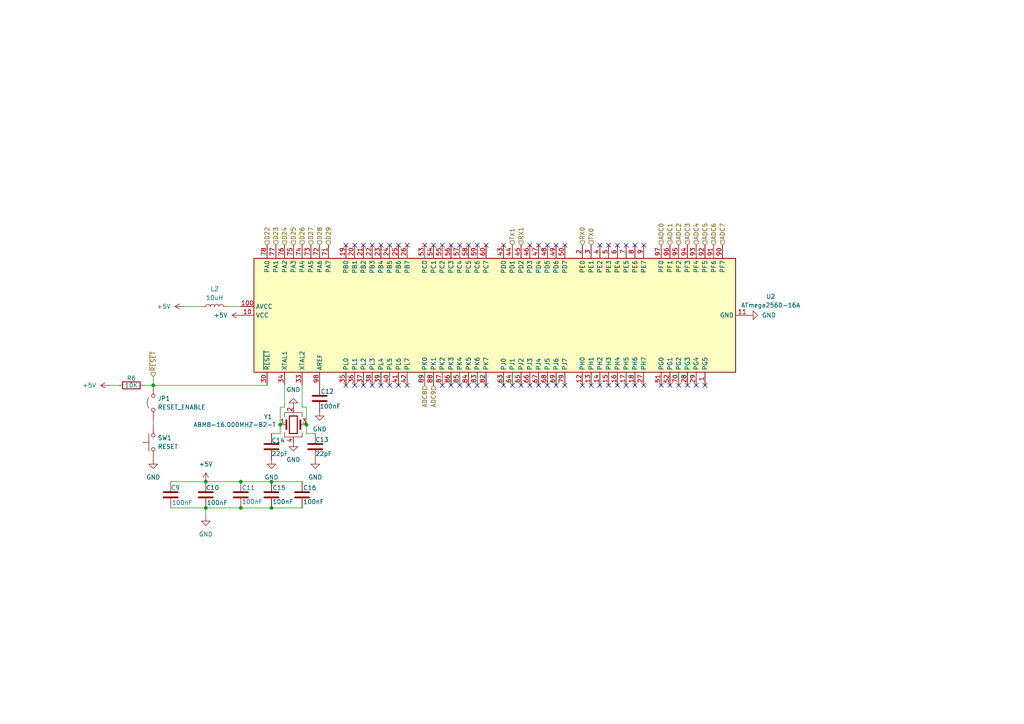
<source format=kicad_sch>
(kicad_sch (version 20250114) (generator "eeschema") (generator_version "9.0")
  (paper "A4")
  (lib_symbols
    (symbol "Device:C" (pin_numbers (hide yes)) (pin_names (offset 0.254))
      (property "Reference" "C" (at 0.635 2.54 0))
      (property "Value" "C" (at 0.635 -2.54 0))
      (symbol "C_0_1"
        (polyline (pts (xy -2.032 0.762) (xy 2.032 0.762)) (stroke (width 0.508)))
        (polyline (pts (xy -2.032 -0.762) (xy 2.032 -0.762)) (stroke (width 0.508)))
      )
      (symbol "C_1_1"
        (pin passive line (at 0 3.81 270) (length 2.794) (name "~") (number "1"))
        (pin passive line (at 0 -3.81 90) (length 2.794) (name "~") (number "2"))
      )
    )
    (symbol "Device:Crystal_GND24" (pin_names (offset 1.016) (hide yes))
      (property "Reference" "Y" (at 3.175 5.08 0))
      (property "Value" "Crystal_GND24" (at 3.175 3.175 0))
      (symbol "Crystal_GND24_0_1"
        (polyline (pts (xy -2.54 2.286) (xy -2.54 3.556) (xy 2.54 3.556) (xy 2.54 2.286)))
        (polyline (pts (xy -2.54 0) (xy -2.032 0)))
        (polyline (pts (xy -2.54 -2.286) (xy -2.54 -3.556) (xy 2.54 -3.556) (xy 2.54 -2.286)))
        (polyline (pts (xy -2.032 -1.27) (xy -2.032 1.27)) (stroke (width 0.508)))
        (rectangle (start -1.143 2.54) (end 1.143 -2.54) (stroke (width 0.3048)))
        (polyline (pts (xy 0 3.556) (xy 0 3.81)))
        (polyline (pts (xy 0 -3.81) (xy 0 -3.556)))
        (polyline (pts (xy 2.032 0) (xy 2.54 0)))
        (polyline (pts (xy 2.032 -1.27) (xy 2.032 1.27)) (stroke (width 0.508)))
      )
      (symbol "Crystal_GND24_1_1"
        (pin passive line (at -3.81 0 0) (length 1.27) (name "1") (number "1"))
        (pin passive line (at 0 5.08 270) (length 1.27) (name "2") (number "2"))
        (pin passive line (at 0 -5.08 90) (length 1.27) (name "4") (number "4"))
        (pin passive line (at 3.81 0 180) (length 1.27) (name "3") (number "3"))
      )
    )
    (symbol "Device:L" (pin_numbers (hide yes)) (pin_names (offset 1.016) (hide yes))
      (property "Reference" "L" (at -1.27 0 90))
      (property "Value" "L" (at 1.905 0 90))
      (symbol "L_0_1"
        (arc (start 0 2.54) (mid 0.6323 1.905) (end 0 1.27))
        (arc (start 0 1.27) (mid 0.6323 0.635) (end 0 0))
        (arc (start 0 0) (mid 0.6323 -0.635) (end 0 -1.27))
        (arc (start 0 -1.27) (mid 0.6323 -1.905) (end 0 -2.54))
      )
      (symbol "L_1_1"
        (pin passive line (at 0 3.81 270) (length 1.27) (name "1") (number "1"))
        (pin passive line (at 0 -3.81 90) (length 1.27) (name "2") (number "2"))
      )
    )
    (symbol "Device:R" (pin_numbers (hide yes)) (pin_names (offset 0))
      (property "Reference" "R" (at 2.032 0 90))
      (property "Value" "R" (at 0 0 90))
      (symbol "R_0_1"
        (rectangle (start -1.016 -2.54) (end 1.016 2.54) (stroke (width 0.254)))
      )
      (symbol "R_1_1"
        (pin passive line (at 0 3.81 270) (length 1.27) (name "~") (number "1"))
        (pin passive line (at 0 -3.81 90) (length 1.27) (name "~") (number "2"))
      )
    )
    (symbol "Jumper:Jumper_2_Open" (pin_numbers (hide yes)) (pin_names (offset 0) (hide yes))
      (property "Reference" "JP" (at 0 2.794 0))
      (property "Value" "Jumper_2_Open" (at 0 -2.286 0))
      (symbol "Jumper_2_Open_0_0"
        (circle (center -2.032 0) (radius 0.508))
        (circle (center 2.032 0) (radius 0.508))
      )
      (symbol "Jumper_2_Open_0_1"
        (arc (start -1.524 1.27) (mid 0 1.778) (end 1.524 1.27))
      )
      (symbol "Jumper_2_Open_1_1"
        (pin passive line (at -5.08 0 0) (length 2.54) (name "A") (number "1"))
        (pin passive line (at 5.08 0 180) (length 2.54) (name "B") (number "2"))
      )
    )
    (symbol "MCU_Microchip_ATmega:ATmega2560-16A"
      (property "Reference" "U" (at 0 1.27 0))
      (property "Value" "ATmega2560-16A" (at 0 -1.27 0))
      (symbol "ATmega2560-16A_0_1"
        (rectangle (start -16.51 -69.85) (end 16.51 69.85) (stroke (width 0.254)) (fill (type background)))
      )
      (symbol "ATmega2560-16A_1_1"
        (pin input line (at -20.32 66.04 0) (length 3.81) (name "~{RESET}") (number "30"))
        (pin input line (at -20.32 60.96 0) (length 3.81) (name "XTAL1") (number "34"))
        (pin output line (at -20.32 55.88 0) (length 3.81) (name "XTAL2") (number "33"))
        (pin passive line (at -20.32 50.8 0) (length 3.81) (name "AREF") (number "98"))
        (pin bidirectional line (at -20.32 43.18 0) (length 3.81) (name "PL0") (number "35"))
        (pin bidirectional line (at -20.32 40.64 0) (length 3.81) (name "PL1") (number "36"))
        (pin bidirectional line (at -20.32 38.1 0) (length 3.81) (name "PL2") (number "37"))
        (pin bidirectional line (at -20.32 35.56 0) (length 3.81) (name "PL3") (number "38"))
        (pin bidirectional line (at -20.32 33.02 0) (length 3.81) (name "PL4") (number "39"))
        (pin bidirectional line (at -20.32 30.48 0) (length 3.81) (name "PL5") (number "40"))
        (pin bidirectional line (at -20.32 27.94 0) (length 3.81) (name "PL6") (number "41"))
        (pin bidirectional line (at -20.32 25.4 0) (length 3.81) (name "PL7") (number "42"))
        (pin bidirectional line (at -20.32 20.32 0) (length 3.81) (name "PK0") (number "89"))
        (pin bidirectional line (at -20.32 17.78 0) (length 3.81) (name "PK1") (number "88"))
        (pin bidirectional line (at -20.32 15.24 0) (length 3.81) (name "PK2") (number "87"))
        (pin bidirectional line (at -20.32 12.7 0) (length 3.81) (name "PK3") (number "86"))
        (pin bidirectional line (at -20.32 10.16 0) (length 3.81) (name "PK4") (number "85"))
        (pin bidirectional line (at -20.32 7.62 0) (length 3.81) (name "PK5") (number "84"))
        (pin bidirectional line (at -20.32 5.08 0) (length 3.81) (name "PK6") (number "83"))
        (pin bidirectional line (at -20.32 2.54 0) (length 3.81) (name "PK7") (number "82"))
        (pin bidirectional line (at -20.32 -2.54 0) (length 3.81) (name "PJ0") (number "63"))
        (pin bidirectional line (at -20.32 -5.08 0) (length 3.81) (name "PJ1") (number "64"))
        (pin bidirectional line (at -20.32 -7.62 0) (length 3.81) (name "PJ2") (number "65"))
        (pin bidirectional line (at -20.32 -10.16 0) (length 3.81) (name "PJ3") (number "66"))
        (pin bidirectional line (at -20.32 -12.7 0) (length 3.81) (name "PJ4") (number "67"))
        (pin bidirectional line (at -20.32 -15.24 0) (length 3.81) (name "PJ5") (number "68"))
        (pin bidirectional line (at -20.32 -17.78 0) (length 3.81) (name "PJ6") (number "69"))
        (pin bidirectional line (at -20.32 -20.32 0) (length 3.81) (name "PJ7") (number "79"))
        (pin bidirectional line (at -20.32 -25.4 0) (length 3.81) (name "PH0") (number "12"))
        (pin bidirectional line (at -20.32 -27.94 0) (length 3.81) (name "PH1") (number "13"))
        (pin bidirectional line (at -20.32 -30.48 0) (length 3.81) (name "PH2") (number "14"))
        (pin bidirectional line (at -20.32 -33.02 0) (length 3.81) (name "PH3") (number "15"))
        (pin bidirectional line (at -20.32 -35.56 0) (length 3.81) (name "PH4") (number "16"))
        (pin bidirectional line (at -20.32 -38.1 0) (length 3.81) (name "PH5") (number "17"))
        (pin bidirectional line (at -20.32 -40.64 0) (length 3.81) (name "PH6") (number "18"))
        (pin bidirectional line (at -20.32 -43.18 0) (length 3.81) (name "PH7") (number "27"))
        (pin bidirectional line (at -20.32 -48.26 0) (length 3.81) (name "PG0") (number "51"))
        (pin bidirectional line (at -20.32 -50.8 0) (length 3.81) (name "PG1") (number "52"))
        (pin bidirectional line (at -20.32 -53.34 0) (length 3.81) (name "PG2") (number "70"))
        (pin bidirectional line (at -20.32 -55.88 0) (length 3.81) (name "PG3") (number "28"))
        (pin bidirectional line (at -20.32 -58.42 0) (length 3.81) (name "PG4") (number "29"))
        (pin bidirectional line (at -20.32 -60.96 0) (length 3.81) (name "PG5") (number "1"))
        (pin power_in line (at 0 73.66 270) (length 3.81) (name "VCC") (number "10"))
        (pin passive line (at 0 73.66 270) (length 3.81) (hide yes) (name "VCC") (number "31"))
        (pin passive line (at 0 73.66 270) (length 3.81) (hide yes) (name "VCC") (number "61"))
        (pin passive line (at 0 73.66 270) (length 3.81) (hide yes) (name "VCC") (number "80"))
        (pin power_in line (at 0 -73.66 90) (length 3.81) (name "GND") (number "11"))
        (pin passive line (at 0 -73.66 90) (length 3.81) (hide yes) (name "GND") (number "32"))
        (pin passive line (at 0 -73.66 90) (length 3.81) (hide yes) (name "GND") (number "62"))
        (pin passive line (at 0 -73.66 90) (length 3.81) (hide yes) (name "GND") (number "81"))
        (pin passive line (at 0 -73.66 90) (length 3.81) (hide yes) (name "GND") (number "99"))
        (pin power_in line (at 2.54 73.66 270) (length 3.81) (name "AVCC") (number "100"))
        (pin bidirectional line (at 20.32 66.04 180) (length 3.81) (name "PA0") (number "78"))
        (pin bidirectional line (at 20.32 63.5 180) (length 3.81) (name "PA1") (number "77"))
        (pin bidirectional line (at 20.32 60.96 180) (length 3.81) (name "PA2") (number "76"))
        (pin bidirectional line (at 20.32 58.42 180) (length 3.81) (name "PA3") (number "75"))
        (pin bidirectional line (at 20.32 55.88 180) (length 3.81) (name "PA4") (number "74"))
        (pin bidirectional line (at 20.32 53.34 180) (length 3.81) (name "PA5") (number "73"))
        (pin bidirectional line (at 20.32 50.8 180) (length 3.81) (name "PA6") (number "72"))
        (pin bidirectional line (at 20.32 48.26 180) (length 3.81) (name "PA7") (number "71"))
        (pin bidirectional line (at 20.32 43.18 180) (length 3.81) (name "PB0") (number "19"))
        (pin bidirectional line (at 20.32 40.64 180) (length 3.81) (name "PB1") (number "20"))
        (pin bidirectional line (at 20.32 38.1 180) (length 3.81) (name "PB2") (number "21"))
        (pin bidirectional line (at 20.32 35.56 180) (length 3.81) (name "PB3") (number "22"))
        (pin bidirectional line (at 20.32 33.02 180) (length 3.81) (name "PB4") (number "23"))
        (pin bidirectional line (at 20.32 30.48 180) (length 3.81) (name "PB5") (number "24"))
        (pin bidirectional line (at 20.32 27.94 180) (length 3.81) (name "PB6") (number "25"))
        (pin bidirectional line (at 20.32 25.4 180) (length 3.81) (name "PB7") (number "26"))
        (pin bidirectional line (at 20.32 20.32 180) (length 3.81) (name "PC0") (number "53"))
        (pin bidirectional line (at 20.32 17.78 180) (length 3.81) (name "PC1") (number "54"))
        (pin bidirectional line (at 20.32 15.24 180) (length 3.81) (name "PC2") (number "55"))
        (pin bidirectional line (at 20.32 12.7 180) (length 3.81) (name "PC3") (number "56"))
        (pin bidirectional line (at 20.32 10.16 180) (length 3.81) (name "PC4") (number "57"))
        (pin bidirectional line (at 20.32 7.62 180) (length 3.81) (name "PC5") (number "58"))
        (pin bidirectional line (at 20.32 5.08 180) (length 3.81) (name "PC6") (number "59"))
        (pin bidirectional line (at 20.32 2.54 180) (length 3.81) (name "PC7") (number "60"))
        (pin bidirectional line (at 20.32 -2.54 180) (length 3.81) (name "PD0") (number "43"))
        (pin bidirectional line (at 20.32 -5.08 180) (length 3.81) (name "PD1") (number "44"))
        (pin bidirectional line (at 20.32 -7.62 180) (length 3.81) (name "PD2") (number "45"))
        (pin bidirectional line (at 20.32 -10.16 180) (length 3.81) (name "PD3") (number "46"))
        (pin bidirectional line (at 20.32 -12.7 180) (length 3.81) (name "PD4") (number "47"))
        (pin bidirectional line (at 20.32 -15.24 180) (length 3.81) (name "PD5") (number "48"))
        (pin bidirectional line (at 20.32 -17.78 180) (length 3.81) (name "PD6") (number "49"))
        (pin bidirectional line (at 20.32 -20.32 180) (length 3.81) (name "PD7") (number "50"))
        (pin bidirectional line (at 20.32 -25.4 180) (length 3.81) (name "PE0") (number "2"))
        (pin bidirectional line (at 20.32 -27.94 180) (length 3.81) (name "PE1") (number "3"))
        (pin bidirectional line (at 20.32 -30.48 180) (length 3.81) (name "PE2") (number "4"))
        (pin bidirectional line (at 20.32 -33.02 180) (length 3.81) (name "PE3") (number "5"))
        (pin bidirectional line (at 20.32 -35.56 180) (length 3.81) (name "PE4") (number "6"))
        (pin bidirectional line (at 20.32 -38.1 180) (length 3.81) (name "PE5") (number "7"))
        (pin bidirectional line (at 20.32 -40.64 180) (length 3.81) (name "PE6") (number "8"))
        (pin bidirectional line (at 20.32 -43.18 180) (length 3.81) (name "PE7") (number "9"))
        (pin bidirectional line (at 20.32 -48.26 180) (length 3.81) (name "PF0") (number "97"))
        (pin bidirectional line (at 20.32 -50.8 180) (length 3.81) (name "PF1") (number "96"))
        (pin bidirectional line (at 20.32 -53.34 180) (length 3.81) (name "PF2") (number "95"))
        (pin bidirectional line (at 20.32 -55.88 180) (length 3.81) (name "PF3") (number "94"))
        (pin bidirectional line (at 20.32 -58.42 180) (length 3.81) (name "PF4") (number "93"))
        (pin bidirectional line (at 20.32 -60.96 180) (length 3.81) (name "PF5") (number "92"))
        (pin bidirectional line (at 20.32 -63.5 180) (length 3.81) (name "PF6") (number "91"))
        (pin bidirectional line (at 20.32 -66.04 180) (length 3.81) (name "PF7") (number "90"))
      )
    )
    (symbol "Switch:SW_Push" (pin_numbers (hide yes)) (pin_names (offset 1.016) (hide yes))
      (property "Reference" "SW" (at 1.27 2.54 0))
      (property "Value" "SW_Push" (at 0 -1.524 0))
      (symbol "SW_Push_0_1"
        (circle (center -2.032 0) (radius 0.508))
        (polyline (pts (xy 0 1.27) (xy 0 3.048)))
        (circle (center 2.032 0) (radius 0.508))
        (polyline (pts (xy 2.54 1.27) (xy -2.54 1.27)))
        (pin passive line (at -5.08 0 0) (length 2.54) (name "1") (number "1"))
        (pin passive line (at 5.08 0 180) (length 2.54) (name "2") (number "2"))
      )
    )
    (symbol "power:+5V" (power) (pin_numbers (hide yes)) (pin_names (offset 0) (hide yes))
      (property "Value" "+5V" (at 0 3.556 0))
      (symbol "+5V_0_1"
        (polyline (pts (xy -0.762 1.27) (xy 0 2.54)))
        (polyline (pts (xy 0 2.54) (xy 0.762 1.27)))
        (polyline (pts (xy 0 0) (xy 0 2.54)))
      )
      (symbol "+5V_1_1"
        (pin power_in line (at 0 0 90) (length 0) (name "~") (number "1"))
      )
    )
    (symbol "power:GND" (power) (pin_numbers (hide yes)) (pin_names (offset 0) (hide yes))
      (property "Value" "GND" (at 0 -3.81 0))
      (symbol "GND_0_1"
        (polyline (pts (xy 0 0) (xy 0 -1.27) (xy 1.27 -1.27) (xy 0 -2.54) (xy -1.27 -1.27) (xy 0 -1.27)))
      )
      (symbol "GND_1_1"
        (pin power_in line (at 0 0 270) (length 0) (name "~") (number "1"))
      )
    )
  )
  (junction (at 69.85 139.7))
  (junction (at 59.69 139.7))
  (junction (at 78.74 147.32))
  (junction (at 69.85 147.32))
  (junction (at 44.45 111.76))
  (junction (at 59.69 147.32))
  (junction (at 81.28 123.19))
  (junction (at 88.9 123.19))
  (junction (at 78.74 139.7))
  (no_connect (at 135.89 111.76))
  (no_connect (at 158.75 111.76))
  (no_connect (at 133.35 111.76))
  (no_connect (at 151.13 111.76))
  (no_connect (at 148.59 111.76))
  (no_connect (at 105.41 71.12))
  (no_connect (at 176.53 71.12))
  (no_connect (at 156.21 111.76))
  (no_connect (at 146.05 71.12))
  (no_connect (at 171.45 111.76))
  (no_connect (at 153.67 111.76))
  (no_connect (at 194.31 111.76))
  (no_connect (at 181.61 111.76))
  (no_connect (at 113.03 71.12))
  (no_connect (at 107.95 71.12))
  (no_connect (at 128.27 71.12))
  (no_connect (at 163.83 111.76))
  (no_connect (at 138.43 71.12))
  (no_connect (at 168.91 111.76))
  (no_connect (at 191.77 111.76))
  (no_connect (at 161.29 71.12))
  (no_connect (at 118.11 71.12))
  (no_connect (at 130.81 71.12))
  (no_connect (at 173.99 111.76))
  (no_connect (at 102.87 111.76))
  (no_connect (at 201.93 111.76))
  (no_connect (at 115.57 71.12))
  (no_connect (at 100.33 111.76))
  (no_connect (at 130.81 111.76))
  (no_connect (at 186.69 111.76))
  (no_connect (at 110.49 111.76))
  (no_connect (at 161.29 111.76))
  (no_connect (at 138.43 111.76))
  (no_connect (at 179.07 111.76))
  (no_connect (at 115.57 111.76))
  (no_connect (at 125.73 71.12))
  (no_connect (at 181.61 71.12))
  (no_connect (at 113.03 111.76))
  (no_connect (at 135.89 71.12))
  (no_connect (at 184.15 111.76))
  (no_connect (at 107.95 111.76))
  (no_connect (at 173.99 71.12))
  (no_connect (at 100.33 71.12))
  (no_connect (at 179.07 71.12))
  (no_connect (at 163.83 71.12))
  (no_connect (at 133.35 71.12))
  (no_connect (at 140.97 111.76))
  (no_connect (at 140.97 71.12))
  (no_connect (at 146.05 111.76))
  (no_connect (at 123.19 71.12))
  (no_connect (at 158.75 71.12))
  (no_connect (at 153.67 71.12))
  (no_connect (at 186.69 71.12))
  (no_connect (at 128.27 111.76))
  (no_connect (at 199.39 111.76))
  (no_connect (at 204.47 111.76))
  (no_connect (at 176.53 111.76))
  (no_connect (at 196.85 111.76))
  (no_connect (at 118.11 111.76))
  (no_connect (at 105.41 111.76))
  (no_connect (at 184.15 71.12))
  (no_connect (at 156.21 71.12))
  (no_connect (at 102.87 71.12))
  (no_connect (at 110.49 71.12))
  (wire (pts (xy 34.29 111.76) (xy 31.75 111.76)))
  (wire (pts (xy 88.9 123.19) (xy 88.9 118.11)))
  (wire (pts (xy 82.55 118.11) (xy 81.28 118.11)))
  (wire (pts (xy 88.9 125.73) (xy 91.44 125.73)))
  (wire (pts (xy 87.63 118.11) (xy 87.63 111.76)))
  (wire (pts (xy 81.28 118.11) (xy 81.28 123.19)))
  (wire (pts (xy 59.69 147.32) (xy 69.85 147.32)))
  (wire (pts (xy 44.45 121.92) (xy 44.45 123.19)))
  (wire (pts (xy 59.69 139.7) (xy 69.85 139.7)))
  (wire (pts (xy 81.28 125.73) (xy 78.74 125.73)))
  (wire (pts (xy 41.91 111.76) (xy 44.45 111.76)))
  (wire (pts (xy 82.55 111.76) (xy 82.55 118.11)))
  (wire (pts (xy 59.69 139.7) (xy 49.53 139.7)))
  (wire (pts (xy 53.34 88.9) (xy 58.42 88.9)))
  (wire (pts (xy 44.45 111.76) (xy 77.47 111.76)))
  (wire (pts (xy 69.85 139.7) (xy 78.74 139.7)))
  (wire (pts (xy 88.9 123.19) (xy 88.9 125.73)))
  (wire (pts (xy 78.74 139.7) (xy 87.63 139.7)))
  (wire (pts (xy 44.45 109.22) (xy 44.45 111.76)))
  (wire (pts (xy 78.74 147.32) (xy 87.63 147.32)))
  (wire (pts (xy 49.53 147.32) (xy 59.69 147.32)))
  (wire (pts (xy 69.85 147.32) (xy 78.74 147.32)))
  (wire (pts (xy 88.9 118.11) (xy 87.63 118.11)))
  (wire (pts (xy 81.28 123.19) (xy 81.28 125.73)))
  (wire (pts (xy 66.04 88.9) (xy 69.85 88.9)))
  (wire (pts (xy 59.69 147.32) (xy 59.69 149.86)))
  (hierarchical_label "D25" (shape input) (at 85.09 71.12 90))
  (hierarchical_label "RX1" (shape input) (at 151.13 71.12 90))
  (hierarchical_label "D27" (shape input) (at 90.17 71.12 90))
  (hierarchical_label "D24" (shape input) (at 82.55 71.12 90))
  (hierarchical_label "ADC1" (shape input) (at 194.31 71.12 90))
  (hierarchical_label "D23" (shape input) (at 80.01 71.12 90))
  (hierarchical_label "RX0" (shape input) (at 168.91 71.12 90))
  (hierarchical_label "ADC9" (shape input) (at 125.73 111.76 270))
  (hierarchical_label "D22" (shape input) (at 77.47 71.12 90))
  (hierarchical_label "D26" (shape input) (at 87.63 71.12 90))
  (hierarchical_label "ADC3" (shape input) (at 199.39 71.12 90))
  (hierarchical_label "ADC2" (shape input) (at 196.85 71.12 90))
  (hierarchical_label "ADC4" (shape input) (at 201.93 71.12 90))
  (hierarchical_label "D28" (shape input) (at 92.71 71.12 90))
  (hierarchical_label "~{RESET}" (shape input) (at 44.45 109.22 90))
  (hierarchical_label "ADC8" (shape input) (at 123.19 111.76 270))
  (hierarchical_label "ADC7" (shape input) (at 209.55 71.12 90))
  (hierarchical_label "TX0" (shape input) (at 171.45 71.12 90))
  (hierarchical_label "TX1" (shape input) (at 148.59 71.12 90))
  (hierarchical_label "ADC6" (shape input) (at 207.01 71.12 90))
  (hierarchical_label "ADC0" (shape input) (at 191.77 71.12 90))
  (hierarchical_label "ADC5" (shape input) (at 204.47 71.12 90))
  (hierarchical_label "D29" (shape input) (at 95.25 71.12 90))
  (symbol (lib_id "Device:C") (at 59.69 143.51 0) (unit 1)
    (property "Reference" "C10" (at 59.69 141.478 0) (effects (justify left)))
    (property "Value" "100nF" (at 59.944 145.796 0) (effects (justify left)))
    (property "Footprint" "Capacitor_SMD:C_0603_1608Metric_Pad1.08x0.95mm_HandSolder" (effects (hide yes)))
    (property "Description" "Unpolarized capacitor" (effects (hide yes)))
  )
  (symbol (lib_id "power:GND") (at 78.74 133.35 0) (unit 1)
    (property "Reference" "#PWR022" (effects (hide yes)))
    (property "Value" "GND" (at 78.74 138.43 0))
    (property "Description" "Power symbol creates a global label with name \"GND\" , ground" (effects (hide yes)))
  )
  (symbol (lib_id "Device:C") (at 91.44 129.54 0) (unit 1)
    (property "Reference" "C13" (at 91.44 127.508 0) (effects (justify left)))
    (property "Value" "22pF" (at 91.44 131.572 0) (effects (justify left)))
    (property "Footprint" "Capacitor_SMD:C_0603_1608Metric_Pad1.08x0.95mm_HandSolder" (effects (hide yes)))
    (property "Description" "Unpolarized capacitor" (effects (hide yes)))
  )
  (symbol (lib_id "Jumper:Jumper_2_Open") (at 44.45 116.84 90) (unit 1)
    (property "Reference" "JP1" (at 45.72 115.5699 90) (effects (justify right)))
    (property "Value" "RESET_ENABLE" (at 45.72 118.1099 90) (effects (justify right)))
    (property "Footprint" "Connector_PinHeader_2.54mm:PinHeader_1x02_P2.54mm_Vertical" (effects (hide yes)))
    (property "Description" "Jumper, 2-pole, open" (effects (hide yes)))
  )
  (symbol (lib_id "Device:C") (at 49.53 143.51 0) (unit 1)
    (property "Reference" "C9" (at 49.53 141.478 0) (effects (justify left)))
    (property "Value" "100nF" (at 49.784 145.796 0) (effects (justify left)))
    (property "Footprint" "Capacitor_SMD:C_0603_1608Metric_Pad1.08x0.95mm_HandSolder" (effects (hide yes)))
    (property "Description" "Unpolarized capacitor" (effects (hide yes)))
  )
  (symbol (lib_id "Device:C") (at 69.85 143.51 0) (unit 1)
    (property "Reference" "C11" (at 70.104 141.478 0) (effects (justify left)))
    (property "Value" "100nF" (at 70.104 145.542 0) (effects (justify left)))
    (property "Footprint" "Capacitor_SMD:C_0603_1608Metric_Pad1.08x0.95mm_HandSolder" (effects (hide yes)))
    (property "Description" "Unpolarized capacitor" (effects (hide yes)))
  )
  (symbol (lib_id "power:GND") (at 59.69 149.86 0) (unit 1)
    (property "Reference" "#PWR014" (effects (hide yes)))
    (property "Value" "GND" (at 59.69 154.94 0))
    (property "Description" "Power symbol creates a global label with name \"GND\" , ground" (effects (hide yes)))
  )
  (symbol (lib_id "power:+5V") (at 69.85 91.44 90) (unit 1)
    (property "Reference" "#PWR012" (effects (hide yes)))
    (property "Value" "+5V" (at 66.04 91.4399 90) (effects (justify left)))
    (property "Description" "Power symbol creates a global label with name \"+5V\"" (effects (hide yes)))
  )
  (symbol (lib_id "power:+5V") (at 31.75 111.76 90) (unit 1)
    (property "Reference" "#PWR019" (effects (hide yes)))
    (property "Value" "+5V" (at 27.94 111.7599 90) (effects (justify left)))
    (property "Description" "Power symbol creates a global label with name \"+5V\"" (effects (hide yes)))
  )
  (symbol (lib_id "Device:Crystal_GND24") (at 85.09 123.19 0) (unit 1)
    (property "Reference" "Y1" (at 77.724 120.904 0))
    (property "Value" "ABM8-16.000MHZ-B2-T" (at 68.072 123.19 0))
    (property "Footprint" "Oscillator:Oscillator_SMD_Abracon_ASE-4Pin_3.2x2.5mm" (effects (hide yes)))
    (property "Description" "Four pin crystal, GND on pins 2 and 4" (effects (hide yes)))
  )
  (symbol (lib_id "Device:C") (at 78.74 143.51 0) (unit 1)
    (property "Reference" "C15" (at 78.994 141.478 0) (effects (justify left)))
    (property "Value" "100nF" (at 78.994 145.542 0) (effects (justify left)))
    (property "Footprint" "Capacitor_SMD:C_0603_1608Metric_Pad1.08x0.95mm_HandSolder" (effects (hide yes)))
    (property "Description" "Unpolarized capacitor" (effects (hide yes)))
  )
  (symbol (lib_id "Device:C") (at 87.63 143.51 0) (unit 1)
    (property "Reference" "C16" (at 87.884 141.478 0) (effects (justify left)))
    (property "Value" "100nF" (at 87.884 145.542 0) (effects (justify left)))
    (property "Footprint" "Capacitor_SMD:C_0603_1608Metric_Pad1.08x0.95mm_HandSolder" (effects (hide yes)))
    (property "Description" "Unpolarized capacitor" (effects (hide yes)))
  )
  (symbol (lib_id "MCU_Microchip_ATmega:ATmega2560-16A") (at 143.51 91.44 90) (unit 1)
    (property "Reference" "U2" (at 223.52 85.9946 90))
    (property "Value" "ATmega2560-16A" (at 223.52 88.5346 90))
    (property "Footprint" "Package_QFP:TQFP-100_14x14mm_P0.5mm" (effects (hide yes)))
    (property "Datasheet" "http://ww1.microchip.com/downloads/en/DeviceDoc/Atmel-2549-8-bit-AVR-Microcontroller-ATmega640-1280-1281-2560-2561_datasheet.pdf" (effects (hide yes)))
    (property "Description" "16MHz, 256kB Flash, 8kB SRAM, 4kB EEPROM, JTAG, TQFP-100" (effects (hide yes)))
  )
  (symbol (lib_id "power:+5V") (at 59.69 139.7 0) (unit 1)
    (property "Reference" "#PWR017" (effects (hide yes)))
    (property "Value" "+5V" (at 59.69 134.62 0))
    (property "Description" "Power symbol creates a global label with name \"+5V\"" (effects (hide yes)))
  )
  (symbol (lib_id "power:GND") (at 85.09 118.11 180) (unit 1)
    (property "Reference" "#PWR020" (effects (hide yes)))
    (property "Value" "GND" (at 85.09 113.03 0))
    (property "Description" "Power symbol creates a global label with name \"GND\" , ground" (effects (hide yes)))
  )
  (symbol (lib_id "power:GND") (at 92.71 119.38 0) (unit 1)
    (property "Reference" "#PWR018" (effects (hide yes)))
    (property "Value" "GND" (at 92.71 124.46 0))
    (property "Description" "Power symbol creates a global label with name \"GND\" , ground" (effects (hide yes)))
  )
  (symbol (lib_id "power:GND") (at 91.44 133.35 0) (unit 1)
    (property "Reference" "#PWR023" (effects (hide yes)))
    (property "Value" "GND" (at 91.44 138.43 0))
    (property "Description" "Power symbol creates a global label with name \"GND\" , ground" (effects (hide yes)))
  )
  (symbol (lib_id "Device:L") (at 62.23 88.9 90) (unit 1)
    (property "Reference" "L2" (at 62.23 83.82 90))
    (property "Value" "10uH" (at 62.23 86.36 90))
    (property "Footprint" "Inductor_SMD:L_0805_2012Metric_Pad1.15x1.40mm_HandSolder" (effects (hide yes)))
    (property "Description" "Inductor" (effects (hide yes)))
  )
  (symbol (lib_id "Device:R") (at 38.1 111.76 270) (unit 1)
    (property "Reference" "R6" (at 38.1 109.728 90))
    (property "Value" "10K" (at 38.1 111.76 90))
    (property "Footprint" "Resistor_SMD:R_0603_1608Metric_Pad0.98x0.95mm_HandSolder" (effects (hide yes)))
    (property "Description" "Resistor" (effects (hide yes)))
  )
  (symbol (lib_id "Switch:SW_Push") (at 44.45 128.27 90) (unit 1)
    (property "Reference" "SW1" (at 45.72 126.9999 90) (effects (justify right)))
    (property "Value" "RESET" (at 45.72 129.5399 90) (effects (justify right)))
    (property "Footprint" "Button_Switch_THT:SW_PUSH_6mm" (effects (hide yes)))
    (property "Description" "Push button switch, generic, two pins" (effects (hide yes)))
  )
  (symbol (lib_id "Device:C") (at 92.71 115.57 0) (unit 1)
    (property "Reference" "C12" (at 92.964 113.538 0) (effects (justify left)))
    (property "Value" "100nF" (at 92.71 117.856 0) (effects (justify left)))
    (property "Footprint" "Capacitor_SMD:C_0603_1608Metric_Pad1.08x0.95mm_HandSolder" (effects (hide yes)))
    (property "Description" "Unpolarized capacitor" (effects (hide yes)))
  )
  (symbol (lib_id "power:+5V") (at 53.34 88.9 90) (unit 1)
    (property "Reference" "#PWR07" (effects (hide yes)))
    (property "Value" "+5V" (at 49.53 88.8999 90) (effects (justify left)))
    (property "Description" "Power symbol creates a global label with name \"+5V\"" (effects (hide yes)))
  )
  (symbol (lib_id "power:GND") (at 44.45 133.35 0) (unit 1)
    (property "Reference" "#PWR024" (effects (hide yes)))
    (property "Value" "GND" (at 44.45 138.43 0))
    (property "Description" "Power symbol creates a global label with name \"GND\" , ground" (effects (hide yes)))
  )
  (symbol (lib_id "power:GND") (at 217.17 91.44 90) (unit 1)
    (property "Reference" "#PWR013" (effects (hide yes)))
    (property "Value" "GND" (at 220.98 91.4399 90) (effects (justify right)))
    (property "Description" "Power symbol creates a global label with name \"GND\" , ground" (effects (hide yes)))
  )
  (symbol (lib_id "power:GND") (at 85.09 128.27 0) (unit 1)
    (property "Reference" "#PWR021" (effects (hide yes)))
    (property "Value" "GND" (at 85.09 133.35 0))
    (property "Description" "Power symbol creates a global label with name \"GND\" , ground" (effects (hide yes)))
  )
  (symbol (lib_id "Device:C") (at 78.74 129.54 0) (unit 1)
    (property "Reference" "C14" (at 78.74 127.762 0) (effects (justify left)))
    (property "Value" "22pF" (at 78.74 131.572 0) (effects (justify left)))
    (property "Footprint" "Capacitor_SMD:C_0603_1608Metric_Pad1.08x0.95mm_HandSolder" (effects (hide yes)))
    (property "Description" "Unpolarized capacitor" (effects (hide yes)))
  )
)
</source>
